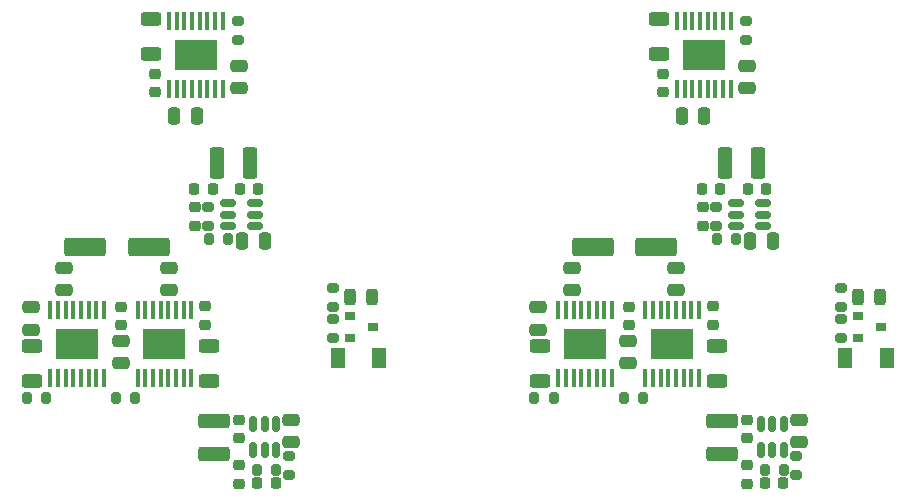
<source format=gbr>
%TF.GenerationSoftware,KiCad,Pcbnew,(6.0.5)*%
%TF.CreationDate,2022-06-07T03:25:40-04:00*%
%TF.ProjectId,NoU2-panelized,4e6f5532-2d70-4616-9e65-6c697a65642e,rev?*%
%TF.SameCoordinates,Original*%
%TF.FileFunction,Paste,Top*%
%TF.FilePolarity,Positive*%
%FSLAX46Y46*%
G04 Gerber Fmt 4.6, Leading zero omitted, Abs format (unit mm)*
G04 Created by KiCad (PCBNEW (6.0.5)) date 2022-06-07 03:25:40*
%MOMM*%
%LPD*%
G01*
G04 APERTURE LIST*
G04 Aperture macros list*
%AMRoundRect*
0 Rectangle with rounded corners*
0 $1 Rounding radius*
0 $2 $3 $4 $5 $6 $7 $8 $9 X,Y pos of 4 corners*
0 Add a 4 corners polygon primitive as box body*
4,1,4,$2,$3,$4,$5,$6,$7,$8,$9,$2,$3,0*
0 Add four circle primitives for the rounded corners*
1,1,$1+$1,$2,$3*
1,1,$1+$1,$4,$5*
1,1,$1+$1,$6,$7*
1,1,$1+$1,$8,$9*
0 Add four rect primitives between the rounded corners*
20,1,$1+$1,$2,$3,$4,$5,0*
20,1,$1+$1,$4,$5,$6,$7,0*
20,1,$1+$1,$6,$7,$8,$9,0*
20,1,$1+$1,$8,$9,$2,$3,0*%
G04 Aperture macros list end*
%ADD10RoundRect,0.225000X0.250000X-0.225000X0.250000X0.225000X-0.250000X0.225000X-0.250000X-0.225000X0*%
%ADD11RoundRect,0.250000X-0.250000X-0.475000X0.250000X-0.475000X0.250000X0.475000X-0.250000X0.475000X0*%
%ADD12RoundRect,0.250000X0.475000X-0.250000X0.475000X0.250000X-0.475000X0.250000X-0.475000X-0.250000X0*%
%ADD13RoundRect,0.249997X-0.625003X0.312503X-0.625003X-0.312503X0.625003X-0.312503X0.625003X0.312503X0*%
%ADD14RoundRect,0.200000X0.200000X0.275000X-0.200000X0.275000X-0.200000X-0.275000X0.200000X-0.275000X0*%
%ADD15RoundRect,0.225000X-0.250000X0.225000X-0.250000X-0.225000X0.250000X-0.225000X0.250000X0.225000X0*%
%ADD16RoundRect,0.243750X-0.243750X-0.456250X0.243750X-0.456250X0.243750X0.456250X-0.243750X0.456250X0*%
%ADD17RoundRect,0.150000X-0.512500X-0.150000X0.512500X-0.150000X0.512500X0.150000X-0.512500X0.150000X0*%
%ADD18RoundRect,0.225000X0.225000X0.250000X-0.225000X0.250000X-0.225000X-0.250000X0.225000X-0.250000X0*%
%ADD19R,3.556000X2.540000*%
%ADD20RoundRect,0.100000X0.100000X-0.687500X0.100000X0.687500X-0.100000X0.687500X-0.100000X-0.687500X0*%
%ADD21RoundRect,0.250000X-1.075000X0.375000X-1.075000X-0.375000X1.075000X-0.375000X1.075000X0.375000X0*%
%ADD22RoundRect,0.249997X0.625003X-0.312503X0.625003X0.312503X-0.625003X0.312503X-0.625003X-0.312503X0*%
%ADD23RoundRect,0.250000X0.375000X1.075000X-0.375000X1.075000X-0.375000X-1.075000X0.375000X-1.075000X0*%
%ADD24RoundRect,0.200000X-0.275000X0.200000X-0.275000X-0.200000X0.275000X-0.200000X0.275000X0.200000X0*%
%ADD25RoundRect,0.200000X0.275000X-0.200000X0.275000X0.200000X-0.275000X0.200000X-0.275000X-0.200000X0*%
%ADD26RoundRect,0.200000X-0.200000X-0.275000X0.200000X-0.275000X0.200000X0.275000X-0.200000X0.275000X0*%
%ADD27RoundRect,0.225000X-0.225000X-0.250000X0.225000X-0.250000X0.225000X0.250000X-0.225000X0.250000X0*%
%ADD28RoundRect,0.250000X-0.475000X0.250000X-0.475000X-0.250000X0.475000X-0.250000X0.475000X0.250000X0*%
%ADD29RoundRect,0.100000X-0.100000X0.687500X-0.100000X-0.687500X0.100000X-0.687500X0.100000X0.687500X0*%
%ADD30R,0.900000X0.800000*%
%ADD31RoundRect,0.250000X1.500000X0.550000X-1.500000X0.550000X-1.500000X-0.550000X1.500000X-0.550000X0*%
%ADD32RoundRect,0.150000X0.150000X-0.512500X0.150000X0.512500X-0.150000X0.512500X-0.150000X-0.512500X0*%
%ADD33R,1.300000X1.700000*%
G04 APERTURE END LIST*
D10*
%TO.C,C14*%
X40440400Y-43181600D03*
X40440400Y-41631600D03*
%TD*%
D11*
%TO.C,C24*%
X81703000Y-33923000D03*
X83603000Y-33923000D03*
%TD*%
D12*
%TO.C,C2*%
X91606500Y-61543000D03*
X91606500Y-59643000D03*
%TD*%
D13*
%TO.C,R7*%
X84685000Y-53415500D03*
X84685000Y-56340500D03*
%TD*%
%TO.C,R7*%
X41685000Y-53415500D03*
X41685000Y-56340500D03*
%TD*%
D14*
%TO.C,R10*%
X35398000Y-57773600D03*
X33748000Y-57773600D03*
%TD*%
D15*
%TO.C,C5*%
X77192000Y-50039000D03*
X77192000Y-51589000D03*
%TD*%
D14*
%TO.C,R11*%
X27854200Y-57773600D03*
X26204200Y-57773600D03*
%TD*%
D16*
%TO.C,D1*%
X96599900Y-49188400D03*
X98474900Y-49188400D03*
%TD*%
D17*
%TO.C,U11*%
X86262500Y-41300000D03*
X86262500Y-42250000D03*
X86262500Y-43200000D03*
X88537500Y-43200000D03*
X88537500Y-42250000D03*
X88537500Y-41300000D03*
%TD*%
D15*
%TO.C,C1*%
X44225000Y-59640200D03*
X44225000Y-61190200D03*
%TD*%
D14*
%TO.C,R11*%
X70854200Y-57773600D03*
X69204200Y-57773600D03*
%TD*%
D18*
%TO.C,C4*%
X90286000Y-65012600D03*
X88736000Y-65012600D03*
%TD*%
D13*
%TO.C,R6*%
X69699000Y-53415500D03*
X69699000Y-56340500D03*
%TD*%
D10*
%TO.C,C7*%
X37113000Y-31904000D03*
X37113000Y-30354000D03*
%TD*%
D19*
%TO.C,U3*%
X80875000Y-53227000D03*
D20*
X78600000Y-56089500D03*
X79250000Y-56089500D03*
X79900000Y-56089500D03*
X80550000Y-56089500D03*
X81200000Y-56089500D03*
X81850000Y-56089500D03*
X82500000Y-56089500D03*
X83150000Y-56089500D03*
X83150000Y-50364500D03*
X82500000Y-50364500D03*
X81850000Y-50364500D03*
X81200000Y-50364500D03*
X80550000Y-50364500D03*
X79900000Y-50364500D03*
X79250000Y-50364500D03*
X78600000Y-50364500D03*
%TD*%
D21*
%TO.C,L1*%
X85066000Y-59701000D03*
X85066000Y-62501000D03*
%TD*%
D22*
%TO.C,R8*%
X36732000Y-28654500D03*
X36732000Y-25729500D03*
%TD*%
D23*
%TO.C,L2*%
X45117000Y-37860000D03*
X42317000Y-37860000D03*
%TD*%
D24*
%TO.C,R9*%
X44098000Y-25859000D03*
X44098000Y-27509000D03*
%TD*%
D15*
%TO.C,C5*%
X34192000Y-50039000D03*
X34192000Y-51589000D03*
%TD*%
D25*
%TO.C,R2*%
X48390600Y-64339000D03*
X48390600Y-62689000D03*
%TD*%
%TO.C,R5*%
X95175200Y-50089600D03*
X95175200Y-48439600D03*
%TD*%
D26*
%TO.C,R4*%
X41647400Y-44286200D03*
X43297400Y-44286200D03*
%TD*%
D27*
%TO.C,C13*%
X40402000Y-40095200D03*
X41952000Y-40095200D03*
%TD*%
%TO.C,C13*%
X83402000Y-40095200D03*
X84952000Y-40095200D03*
%TD*%
D25*
%TO.C,R12*%
X52175200Y-52731200D03*
X52175200Y-51081200D03*
%TD*%
D28*
%TO.C,C9*%
X34166600Y-52939940D03*
X34166600Y-54839940D03*
%TD*%
D19*
%TO.C,U2*%
X83542000Y-28716000D03*
D29*
X85817000Y-25853500D03*
X85167000Y-25853500D03*
X84517000Y-25853500D03*
X83867000Y-25853500D03*
X83217000Y-25853500D03*
X82567000Y-25853500D03*
X81917000Y-25853500D03*
X81267000Y-25853500D03*
X81267000Y-31578500D03*
X81917000Y-31578500D03*
X82567000Y-31578500D03*
X83217000Y-31578500D03*
X83867000Y-31578500D03*
X84517000Y-31578500D03*
X85167000Y-31578500D03*
X85817000Y-31578500D03*
%TD*%
D22*
%TO.C,R8*%
X79732000Y-28654500D03*
X79732000Y-25729500D03*
%TD*%
D15*
%TO.C,C6*%
X41301460Y-50023760D03*
X41301460Y-51573760D03*
%TD*%
D12*
%TO.C,C23*%
X38230600Y-48639800D03*
X38230600Y-46739800D03*
%TD*%
D30*
%TO.C,Q1*%
X96562800Y-50829200D03*
X96562800Y-52729200D03*
X98562800Y-51779200D03*
%TD*%
D24*
%TO.C,R3*%
X84558000Y-41569400D03*
X84558000Y-43219400D03*
%TD*%
D28*
%TO.C,C9*%
X77166600Y-52939940D03*
X77166600Y-54839940D03*
%TD*%
%TO.C,C8*%
X26549140Y-50102760D03*
X26549140Y-52002760D03*
%TD*%
D16*
%TO.C,D1*%
X53599900Y-49188400D03*
X55474900Y-49188400D03*
%TD*%
D11*
%TO.C,C12*%
X87481500Y-44527500D03*
X89381500Y-44527500D03*
%TD*%
D19*
%TO.C,U2*%
X40542000Y-28716000D03*
D29*
X42817000Y-25853500D03*
X42167000Y-25853500D03*
X41517000Y-25853500D03*
X40867000Y-25853500D03*
X40217000Y-25853500D03*
X39567000Y-25853500D03*
X38917000Y-25853500D03*
X38267000Y-25853500D03*
X38267000Y-31578500D03*
X38917000Y-31578500D03*
X39567000Y-31578500D03*
X40217000Y-31578500D03*
X40867000Y-31578500D03*
X41517000Y-31578500D03*
X42167000Y-31578500D03*
X42817000Y-31578500D03*
%TD*%
D10*
%TO.C,C3*%
X44225000Y-65025600D03*
X44225000Y-63475600D03*
%TD*%
D31*
%TO.C,C17*%
X36536400Y-44997400D03*
X31136400Y-44997400D03*
%TD*%
D32*
%TO.C,U10*%
X45408600Y-62213100D03*
X46358600Y-62213100D03*
X47308600Y-62213100D03*
X47308600Y-59938100D03*
X46358600Y-59938100D03*
X45408600Y-59938100D03*
%TD*%
D11*
%TO.C,C12*%
X44481500Y-44527500D03*
X46381500Y-44527500D03*
%TD*%
D19*
%TO.C,U3*%
X37875000Y-53227000D03*
D20*
X35600000Y-56089500D03*
X36250000Y-56089500D03*
X36900000Y-56089500D03*
X37550000Y-56089500D03*
X38200000Y-56089500D03*
X38850000Y-56089500D03*
X39500000Y-56089500D03*
X40150000Y-56089500D03*
X40150000Y-50364500D03*
X39500000Y-50364500D03*
X38850000Y-50364500D03*
X38200000Y-50364500D03*
X37550000Y-50364500D03*
X36900000Y-50364500D03*
X36250000Y-50364500D03*
X35600000Y-50364500D03*
%TD*%
D26*
%TO.C,R1*%
X45686000Y-63895000D03*
X47336000Y-63895000D03*
%TD*%
D15*
%TO.C,C1*%
X87225000Y-59640200D03*
X87225000Y-61190200D03*
%TD*%
D11*
%TO.C,C24*%
X38703000Y-33923000D03*
X40603000Y-33923000D03*
%TD*%
D12*
%TO.C,C10*%
X87225000Y-31571000D03*
X87225000Y-29671000D03*
%TD*%
D30*
%TO.C,Q1*%
X53562800Y-50829200D03*
X53562800Y-52729200D03*
X55562800Y-51779200D03*
%TD*%
D25*
%TO.C,R2*%
X91390600Y-64339000D03*
X91390600Y-62689000D03*
%TD*%
D12*
%TO.C,C22*%
X29366000Y-48639800D03*
X29366000Y-46739800D03*
%TD*%
D18*
%TO.C,C11*%
X88838200Y-40095200D03*
X87288200Y-40095200D03*
%TD*%
D33*
%TO.C,D2*%
X52533400Y-54395400D03*
X56033400Y-54395400D03*
%TD*%
D28*
%TO.C,C8*%
X69549140Y-50102760D03*
X69549140Y-52002760D03*
%TD*%
D13*
%TO.C,R6*%
X26699000Y-53415500D03*
X26699000Y-56340500D03*
%TD*%
D17*
%TO.C,U11*%
X43262500Y-41300000D03*
X43262500Y-42250000D03*
X43262500Y-43200000D03*
X45537500Y-43200000D03*
X45537500Y-42250000D03*
X45537500Y-41300000D03*
%TD*%
D12*
%TO.C,C2*%
X48606500Y-61543000D03*
X48606500Y-59643000D03*
%TD*%
D21*
%TO.C,L1*%
X42066000Y-59701000D03*
X42066000Y-62501000D03*
%TD*%
D12*
%TO.C,C23*%
X81230600Y-48639800D03*
X81230600Y-46739800D03*
%TD*%
%TO.C,C22*%
X72366000Y-48639800D03*
X72366000Y-46739800D03*
%TD*%
D15*
%TO.C,C6*%
X84301460Y-50023760D03*
X84301460Y-51573760D03*
%TD*%
D25*
%TO.C,R12*%
X95175200Y-52731200D03*
X95175200Y-51081200D03*
%TD*%
D14*
%TO.C,R10*%
X78398000Y-57773600D03*
X76748000Y-57773600D03*
%TD*%
D26*
%TO.C,R1*%
X88686000Y-63895000D03*
X90336000Y-63895000D03*
%TD*%
D24*
%TO.C,R3*%
X41558000Y-41569400D03*
X41558000Y-43219400D03*
%TD*%
D18*
%TO.C,C11*%
X45838200Y-40095200D03*
X44288200Y-40095200D03*
%TD*%
D24*
%TO.C,R9*%
X87098000Y-25859000D03*
X87098000Y-27509000D03*
%TD*%
D10*
%TO.C,C7*%
X80113000Y-31904000D03*
X80113000Y-30354000D03*
%TD*%
D19*
%TO.C,U1*%
X73495000Y-53227000D03*
D20*
X71220000Y-56089500D03*
X71870000Y-56089500D03*
X72520000Y-56089500D03*
X73170000Y-56089500D03*
X73820000Y-56089500D03*
X74470000Y-56089500D03*
X75120000Y-56089500D03*
X75770000Y-56089500D03*
X75770000Y-50364500D03*
X75120000Y-50364500D03*
X74470000Y-50364500D03*
X73820000Y-50364500D03*
X73170000Y-50364500D03*
X72520000Y-50364500D03*
X71870000Y-50364500D03*
X71220000Y-50364500D03*
%TD*%
D10*
%TO.C,C3*%
X87225000Y-65025600D03*
X87225000Y-63475600D03*
%TD*%
D18*
%TO.C,C4*%
X47286000Y-65012600D03*
X45736000Y-65012600D03*
%TD*%
D33*
%TO.C,D2*%
X95533400Y-54395400D03*
X99033400Y-54395400D03*
%TD*%
D12*
%TO.C,C10*%
X44225000Y-31571000D03*
X44225000Y-29671000D03*
%TD*%
D31*
%TO.C,C17*%
X79536400Y-44997400D03*
X74136400Y-44997400D03*
%TD*%
D23*
%TO.C,L2*%
X88117000Y-37860000D03*
X85317000Y-37860000D03*
%TD*%
D25*
%TO.C,R5*%
X52175200Y-50089600D03*
X52175200Y-48439600D03*
%TD*%
D26*
%TO.C,R4*%
X84647400Y-44286200D03*
X86297400Y-44286200D03*
%TD*%
D32*
%TO.C,U10*%
X88408600Y-62213100D03*
X89358600Y-62213100D03*
X90308600Y-62213100D03*
X90308600Y-59938100D03*
X89358600Y-59938100D03*
X88408600Y-59938100D03*
%TD*%
D19*
%TO.C,U1*%
X30495000Y-53227000D03*
D20*
X28220000Y-56089500D03*
X28870000Y-56089500D03*
X29520000Y-56089500D03*
X30170000Y-56089500D03*
X30820000Y-56089500D03*
X31470000Y-56089500D03*
X32120000Y-56089500D03*
X32770000Y-56089500D03*
X32770000Y-50364500D03*
X32120000Y-50364500D03*
X31470000Y-50364500D03*
X30820000Y-50364500D03*
X30170000Y-50364500D03*
X29520000Y-50364500D03*
X28870000Y-50364500D03*
X28220000Y-50364500D03*
%TD*%
D10*
%TO.C,C14*%
X83440400Y-43181600D03*
X83440400Y-41631600D03*
%TD*%
M02*

</source>
